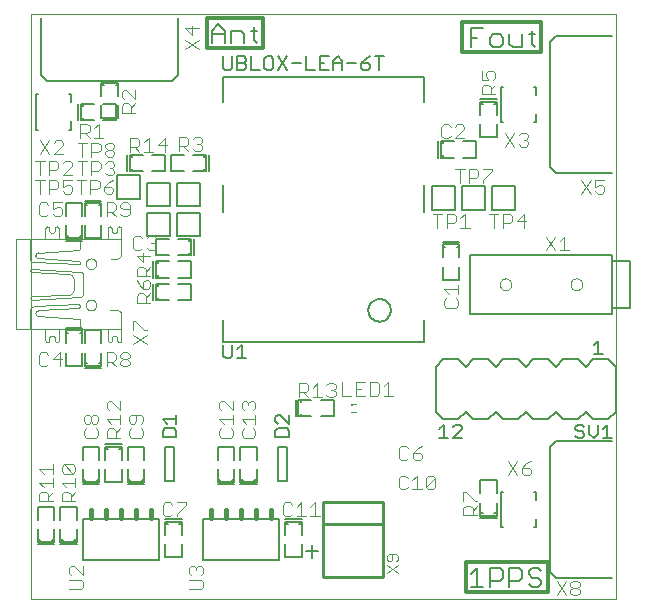
<source format=gto>
G75*
G70*
%OFA0B0*%
%FSLAX24Y24*%
%IPPOS*%
%LPD*%
%AMOC8*
5,1,8,0,0,1.08239X$1,22.5*
%
%ADD10C,0.0000*%
%ADD11C,0.0060*%
%ADD12C,0.0120*%
%ADD13C,0.0050*%
%ADD14C,0.0040*%
%ADD15C,0.0160*%
%ADD16C,0.0100*%
%ADD17R,0.0098X0.0089*%
D10*
X000675Y000300D02*
X000675Y019800D01*
X020175Y019800D01*
X020175Y000300D01*
X000675Y000300D01*
X002498Y010111D02*
X002500Y010137D01*
X002506Y010163D01*
X002516Y010188D01*
X002529Y010211D01*
X002545Y010231D01*
X002565Y010249D01*
X002587Y010264D01*
X002610Y010276D01*
X002636Y010284D01*
X002662Y010288D01*
X002688Y010288D01*
X002714Y010284D01*
X002740Y010276D01*
X002764Y010264D01*
X002785Y010249D01*
X002805Y010231D01*
X002821Y010211D01*
X002834Y010188D01*
X002844Y010163D01*
X002850Y010137D01*
X002852Y010111D01*
X002850Y010085D01*
X002844Y010059D01*
X002834Y010034D01*
X002821Y010011D01*
X002805Y009991D01*
X002785Y009973D01*
X002763Y009958D01*
X002740Y009946D01*
X002714Y009938D01*
X002688Y009934D01*
X002662Y009934D01*
X002636Y009938D01*
X002610Y009946D01*
X002586Y009958D01*
X002565Y009973D01*
X002545Y009991D01*
X002529Y010011D01*
X002516Y010034D01*
X002506Y010059D01*
X002500Y010085D01*
X002498Y010111D01*
X002498Y011489D02*
X002500Y011515D01*
X002506Y011541D01*
X002516Y011566D01*
X002529Y011589D01*
X002545Y011609D01*
X002565Y011627D01*
X002587Y011642D01*
X002610Y011654D01*
X002636Y011662D01*
X002662Y011666D01*
X002688Y011666D01*
X002714Y011662D01*
X002740Y011654D01*
X002764Y011642D01*
X002785Y011627D01*
X002805Y011609D01*
X002821Y011589D01*
X002834Y011566D01*
X002844Y011541D01*
X002850Y011515D01*
X002852Y011489D01*
X002850Y011463D01*
X002844Y011437D01*
X002834Y011412D01*
X002821Y011389D01*
X002805Y011369D01*
X002785Y011351D01*
X002763Y011336D01*
X002740Y011324D01*
X002714Y011316D01*
X002688Y011312D01*
X002662Y011312D01*
X002636Y011316D01*
X002610Y011324D01*
X002586Y011336D01*
X002565Y011351D01*
X002545Y011369D01*
X002529Y011389D01*
X002516Y011412D01*
X002506Y011437D01*
X002500Y011463D01*
X002498Y011489D01*
X000800Y019800D02*
X005800Y019800D01*
X016297Y010800D02*
X016299Y010827D01*
X016305Y010854D01*
X016314Y010880D01*
X016327Y010904D01*
X016343Y010927D01*
X016362Y010946D01*
X016384Y010963D01*
X016408Y010977D01*
X016433Y010987D01*
X016460Y010994D01*
X016487Y010997D01*
X016515Y010996D01*
X016542Y010991D01*
X016568Y010983D01*
X016592Y010971D01*
X016615Y010955D01*
X016636Y010937D01*
X016653Y010916D01*
X016668Y010892D01*
X016679Y010867D01*
X016687Y010841D01*
X016691Y010814D01*
X016691Y010786D01*
X016687Y010759D01*
X016679Y010733D01*
X016668Y010708D01*
X016653Y010684D01*
X016636Y010663D01*
X016615Y010645D01*
X016593Y010629D01*
X016568Y010617D01*
X016542Y010609D01*
X016515Y010604D01*
X016487Y010603D01*
X016460Y010606D01*
X016433Y010613D01*
X016408Y010623D01*
X016384Y010637D01*
X016362Y010654D01*
X016343Y010673D01*
X016327Y010696D01*
X016314Y010720D01*
X016305Y010746D01*
X016299Y010773D01*
X016297Y010800D01*
X018659Y010800D02*
X018661Y010827D01*
X018667Y010854D01*
X018676Y010880D01*
X018689Y010904D01*
X018705Y010927D01*
X018724Y010946D01*
X018746Y010963D01*
X018770Y010977D01*
X018795Y010987D01*
X018822Y010994D01*
X018849Y010997D01*
X018877Y010996D01*
X018904Y010991D01*
X018930Y010983D01*
X018954Y010971D01*
X018977Y010955D01*
X018998Y010937D01*
X019015Y010916D01*
X019030Y010892D01*
X019041Y010867D01*
X019049Y010841D01*
X019053Y010814D01*
X019053Y010786D01*
X019049Y010759D01*
X019041Y010733D01*
X019030Y010708D01*
X019015Y010684D01*
X018998Y010663D01*
X018977Y010645D01*
X018955Y010629D01*
X018930Y010617D01*
X018904Y010609D01*
X018877Y010604D01*
X018849Y010603D01*
X018822Y010606D01*
X018795Y010613D01*
X018770Y010623D01*
X018746Y010637D01*
X018724Y010654D01*
X018705Y010673D01*
X018689Y010696D01*
X018676Y010720D01*
X018667Y010746D01*
X018661Y010773D01*
X018659Y010800D01*
X020175Y014300D02*
X020175Y019300D01*
X020175Y005800D02*
X020175Y000800D01*
D11*
X020057Y001017D02*
X018167Y001017D01*
X017970Y001213D01*
X017970Y005387D01*
X018167Y005583D01*
X020057Y005583D01*
X019925Y006300D02*
X019425Y006300D01*
X019175Y006550D01*
X018925Y006300D01*
X018425Y006300D01*
X018175Y006550D01*
X017925Y006300D01*
X017425Y006300D01*
X017175Y006550D01*
X016925Y006300D01*
X016425Y006300D01*
X016175Y006550D01*
X015925Y006300D01*
X015425Y006300D01*
X015175Y006550D01*
X014925Y006300D01*
X014425Y006300D01*
X014175Y006550D01*
X014175Y008050D01*
X014425Y008300D01*
X014925Y008300D01*
X015175Y008050D01*
X015425Y008300D01*
X015925Y008300D01*
X016175Y008050D01*
X016425Y008300D01*
X016925Y008300D01*
X017175Y008050D01*
X017425Y008300D01*
X017925Y008300D01*
X018175Y008050D01*
X018425Y008300D01*
X018925Y008300D01*
X019175Y008050D01*
X019425Y008300D01*
X019925Y008300D01*
X020175Y008050D01*
X020175Y006550D01*
X019925Y006300D01*
X017584Y001346D02*
X017370Y001346D01*
X017264Y001239D01*
X017264Y001132D01*
X017370Y001025D01*
X017584Y001025D01*
X017691Y000919D01*
X017691Y000812D01*
X017584Y000705D01*
X017370Y000705D01*
X017264Y000812D01*
X017046Y001025D02*
X016939Y000919D01*
X016619Y000919D01*
X016619Y000705D02*
X016619Y001346D01*
X016939Y001346D01*
X017046Y001239D01*
X017046Y001025D01*
X016402Y001025D02*
X016295Y000919D01*
X015975Y000919D01*
X015975Y000705D02*
X015975Y001346D01*
X016295Y001346D01*
X016402Y001239D01*
X016402Y001025D01*
X015757Y000705D02*
X015330Y000705D01*
X015544Y000705D02*
X015544Y001346D01*
X015330Y001132D01*
X017584Y001346D02*
X017691Y001239D01*
X010257Y001900D02*
X009830Y001900D01*
X010044Y001687D02*
X010044Y002114D01*
X009200Y004230D02*
X008900Y004230D01*
X008900Y005370D01*
X009200Y005370D01*
X009200Y004230D01*
X005450Y004230D02*
X005150Y004230D01*
X005150Y005370D01*
X005450Y005370D01*
X005450Y004230D01*
X007079Y008891D02*
X013771Y008891D01*
X013771Y009599D01*
X011921Y009934D02*
X011923Y009972D01*
X011929Y010011D01*
X011939Y010048D01*
X011952Y010084D01*
X011970Y010118D01*
X011990Y010151D01*
X012014Y010181D01*
X012041Y010208D01*
X012071Y010233D01*
X012102Y010255D01*
X012136Y010273D01*
X012172Y010287D01*
X012209Y010298D01*
X012247Y010305D01*
X012285Y010308D01*
X012324Y010307D01*
X012362Y010302D01*
X012400Y010293D01*
X012436Y010280D01*
X012471Y010264D01*
X012504Y010244D01*
X012535Y010221D01*
X012563Y010195D01*
X012588Y010166D01*
X012611Y010135D01*
X012630Y010101D01*
X012645Y010066D01*
X012657Y010029D01*
X012665Y009992D01*
X012669Y009953D01*
X012669Y009915D01*
X012665Y009876D01*
X012657Y009839D01*
X012645Y009802D01*
X012630Y009767D01*
X012611Y009733D01*
X012588Y009702D01*
X012563Y009673D01*
X012535Y009647D01*
X012504Y009624D01*
X012471Y009604D01*
X012436Y009588D01*
X012400Y009575D01*
X012362Y009566D01*
X012324Y009561D01*
X012285Y009560D01*
X012247Y009563D01*
X012209Y009570D01*
X012172Y009581D01*
X012136Y009595D01*
X012102Y009613D01*
X012071Y009635D01*
X012041Y009660D01*
X012014Y009687D01*
X011990Y009717D01*
X011970Y009750D01*
X011952Y009784D01*
X011939Y009820D01*
X011929Y009857D01*
X011923Y009896D01*
X011921Y009934D01*
X013771Y013221D02*
X013771Y014127D01*
X013771Y016883D02*
X013771Y017709D01*
X007079Y017709D01*
X007079Y016883D01*
X005583Y017792D02*
X005583Y019682D01*
X006705Y019257D02*
X006705Y018830D01*
X006705Y019150D02*
X007132Y019150D01*
X007132Y019257D02*
X007132Y018830D01*
X007350Y018830D02*
X007350Y019257D01*
X007670Y019257D01*
X007777Y019150D01*
X007777Y018830D01*
X008101Y018937D02*
X008208Y018830D01*
X008101Y018937D02*
X008101Y019364D01*
X007994Y019257D02*
X008208Y019257D01*
X007132Y019257D02*
X006919Y019471D01*
X006705Y019257D01*
X005583Y017792D02*
X005387Y017595D01*
X001213Y017595D01*
X001017Y017792D01*
X001017Y019682D01*
X007079Y014127D02*
X007079Y013221D01*
X007079Y009599D02*
X007079Y008891D01*
X015330Y018705D02*
X015330Y019346D01*
X015757Y019346D01*
X015544Y019025D02*
X015330Y019025D01*
X015975Y019025D02*
X015975Y018812D01*
X016081Y018705D01*
X016295Y018705D01*
X016402Y018812D01*
X016402Y019025D01*
X016295Y019132D01*
X016081Y019132D01*
X015975Y019025D01*
X016619Y019132D02*
X016619Y018812D01*
X016726Y018705D01*
X017046Y018705D01*
X017046Y019132D01*
X017264Y019132D02*
X017477Y019132D01*
X017370Y019239D02*
X017370Y018812D01*
X017477Y018705D01*
X017970Y018887D02*
X018167Y019083D01*
X020057Y019083D01*
X017970Y018887D02*
X017970Y014713D01*
X018167Y014517D01*
X020057Y014517D01*
D12*
X017675Y018550D02*
X017675Y019550D01*
X015050Y019550D01*
X015050Y018550D01*
X017675Y018550D01*
X008425Y018675D02*
X008425Y019675D01*
X006550Y019675D01*
X006550Y018675D01*
X008425Y018675D01*
X015175Y001550D02*
X017925Y001550D01*
X017925Y000550D01*
X015175Y000550D01*
X015175Y001550D01*
D13*
X016334Y002709D02*
X016334Y003891D01*
X016413Y003891D01*
X016201Y003832D02*
X016201Y004266D01*
X015649Y004266D01*
X015649Y003832D01*
X015649Y003518D02*
X015649Y003163D01*
X015728Y003163D01*
X015649Y003163D02*
X015649Y003084D01*
X016201Y003084D01*
X016201Y003163D01*
X016122Y003163D01*
X016201Y003163D02*
X016201Y003518D01*
X016201Y003006D02*
X015649Y003006D01*
X016334Y002709D02*
X016413Y002709D01*
X017437Y002709D02*
X017516Y002709D01*
X017516Y002985D01*
X017516Y003615D02*
X017516Y003891D01*
X017437Y003891D01*
X018894Y005675D02*
X018819Y005750D01*
X018894Y005675D02*
X019044Y005675D01*
X019119Y005750D01*
X019119Y005825D01*
X019044Y005900D01*
X018894Y005900D01*
X018819Y005975D01*
X018819Y006050D01*
X018894Y006125D01*
X019044Y006125D01*
X019119Y006050D01*
X019279Y006125D02*
X019279Y005825D01*
X019429Y005675D01*
X019579Y005825D01*
X019579Y006125D01*
X019740Y005975D02*
X019890Y006125D01*
X019890Y005675D01*
X019740Y005675D02*
X020040Y005675D01*
X019740Y008475D02*
X019440Y008475D01*
X019590Y008475D02*
X019590Y008925D01*
X019440Y008775D01*
X020037Y009816D02*
X015313Y009816D01*
X015313Y011784D01*
X020037Y011784D01*
X020037Y011587D01*
X020628Y011587D01*
X020628Y010013D01*
X020037Y010013D01*
X020037Y009816D01*
X020037Y010013D02*
X020037Y011587D01*
X016819Y013281D02*
X016031Y013281D01*
X016031Y014069D01*
X016819Y014069D01*
X016819Y013281D01*
X015819Y013281D02*
X015031Y013281D01*
X015031Y014069D01*
X015819Y014069D01*
X015819Y013281D01*
X014819Y013281D02*
X014031Y013281D01*
X014031Y014069D01*
X014819Y014069D01*
X014819Y013281D01*
X014951Y012219D02*
X014399Y012219D01*
X014399Y012141D02*
X014951Y012141D01*
X014951Y012062D01*
X014872Y012062D01*
X014951Y012062D02*
X014951Y011707D01*
X014951Y011393D02*
X014951Y010959D01*
X014399Y010959D01*
X014399Y011393D01*
X014399Y011707D02*
X014399Y012062D01*
X014478Y012062D01*
X014399Y012062D02*
X014399Y012141D01*
X014413Y015024D02*
X014413Y015103D01*
X014413Y015024D02*
X014768Y015024D01*
X015082Y015024D02*
X015516Y015024D01*
X015516Y015576D01*
X015082Y015576D01*
X014768Y015576D02*
X014413Y015576D01*
X014413Y015497D01*
X014413Y015576D02*
X014334Y015576D01*
X014334Y015024D01*
X014413Y015024D01*
X014256Y015024D02*
X014256Y015576D01*
X015649Y015709D02*
X016201Y015709D01*
X016201Y016143D01*
X016334Y016209D02*
X016334Y017391D01*
X016413Y017391D01*
X016201Y016969D02*
X015649Y016969D01*
X015649Y016891D02*
X016201Y016891D01*
X016201Y016812D01*
X016122Y016812D01*
X016201Y016812D02*
X016201Y016457D01*
X016334Y016209D02*
X016413Y016209D01*
X015649Y016143D02*
X015649Y015709D01*
X015649Y016457D02*
X015649Y016812D01*
X015728Y016812D01*
X015649Y016812D02*
X015649Y016891D01*
X017437Y017391D02*
X017516Y017391D01*
X017516Y017115D01*
X017516Y016485D02*
X017516Y016209D01*
X017437Y016209D01*
X012289Y017950D02*
X012289Y018400D01*
X012139Y018400D02*
X012440Y018400D01*
X011979Y018400D02*
X011829Y018325D01*
X011679Y018175D01*
X011904Y018175D01*
X011979Y018100D01*
X011979Y018025D01*
X011904Y017950D01*
X011754Y017950D01*
X011679Y018025D01*
X011679Y018175D01*
X011519Y018175D02*
X011219Y018175D01*
X011058Y018175D02*
X010758Y018175D01*
X010758Y018250D02*
X010758Y017950D01*
X010598Y017950D02*
X010298Y017950D01*
X010298Y018400D01*
X010598Y018400D01*
X010758Y018250D02*
X010908Y018400D01*
X011058Y018250D01*
X011058Y017950D01*
X010448Y018175D02*
X010298Y018175D01*
X010138Y017950D02*
X009837Y017950D01*
X009837Y018400D01*
X009677Y018175D02*
X009377Y018175D01*
X009217Y017950D02*
X008917Y018400D01*
X008756Y018325D02*
X008756Y018025D01*
X008681Y017950D01*
X008531Y017950D01*
X008456Y018025D01*
X008456Y018325D01*
X008531Y018400D01*
X008681Y018400D01*
X008756Y018325D01*
X008917Y017950D02*
X009217Y018400D01*
X008296Y017950D02*
X007996Y017950D01*
X007996Y018400D01*
X007836Y018325D02*
X007836Y018250D01*
X007761Y018175D01*
X007535Y018175D01*
X007375Y018025D02*
X007300Y017950D01*
X007150Y017950D01*
X007075Y018025D01*
X007075Y018400D01*
X007375Y018400D02*
X007375Y018025D01*
X007535Y017950D02*
X007761Y017950D01*
X007836Y018025D01*
X007836Y018100D01*
X007761Y018175D01*
X007836Y018325D02*
X007761Y018400D01*
X007535Y018400D01*
X007535Y017950D01*
X006594Y015126D02*
X006594Y014574D01*
X006516Y014574D02*
X006516Y015126D01*
X006437Y015126D01*
X006437Y015047D01*
X006437Y015126D02*
X006082Y015126D01*
X005768Y015126D02*
X005334Y015126D01*
X005334Y014574D01*
X005768Y014574D01*
X006082Y014574D02*
X006437Y014574D01*
X006437Y014653D01*
X006437Y014574D02*
X006516Y014574D01*
X006319Y014194D02*
X006319Y013406D01*
X005531Y013406D01*
X005531Y014194D01*
X006319Y014194D01*
X005319Y014194D02*
X005319Y013406D01*
X004531Y013406D01*
X004531Y014194D01*
X005319Y014194D01*
X005141Y014574D02*
X005141Y015126D01*
X004707Y015126D01*
X004393Y015126D02*
X004038Y015126D01*
X004038Y015047D01*
X004038Y015126D02*
X003959Y015126D01*
X003959Y014574D01*
X004038Y014574D01*
X004038Y014653D01*
X004038Y014574D02*
X004393Y014574D01*
X004319Y014444D02*
X004319Y013656D01*
X003531Y013656D01*
X003531Y014444D01*
X004319Y014444D01*
X003881Y014574D02*
X003881Y015126D01*
X004707Y014574D02*
X005141Y014574D01*
X005319Y013194D02*
X004531Y013194D01*
X004531Y012406D01*
X005319Y012406D01*
X005319Y013194D01*
X005531Y013194D02*
X005531Y012406D01*
X006319Y012406D01*
X006319Y013194D01*
X005531Y013194D01*
X005582Y012326D02*
X005937Y012326D01*
X005937Y012247D01*
X005937Y012326D02*
X006016Y012326D01*
X006016Y011774D01*
X005937Y011774D01*
X005937Y011853D01*
X005937Y011774D02*
X005582Y011774D01*
X005582Y011576D02*
X006016Y011576D01*
X006016Y011024D01*
X005582Y011024D01*
X005582Y010826D02*
X006016Y010826D01*
X006016Y010274D01*
X005582Y010274D01*
X005268Y010274D02*
X004913Y010274D01*
X004913Y010353D01*
X004913Y010274D02*
X004834Y010274D01*
X004834Y010826D01*
X004913Y010826D01*
X004913Y010747D01*
X004913Y010826D02*
X005268Y010826D01*
X005268Y011024D02*
X004913Y011024D01*
X004913Y011103D01*
X004913Y011024D02*
X004834Y011024D01*
X004834Y011576D01*
X004913Y011576D01*
X004913Y011497D01*
X004913Y011576D02*
X005268Y011576D01*
X005268Y011774D02*
X004834Y011774D01*
X004834Y012326D01*
X005268Y012326D01*
X006094Y012326D02*
X006094Y011774D01*
X004756Y011576D02*
X004756Y011024D01*
X004756Y010826D02*
X004756Y010274D01*
X003013Y009266D02*
X003013Y008832D01*
X003013Y008518D02*
X003013Y008163D01*
X002934Y008163D01*
X003013Y008163D02*
X003013Y008084D01*
X002462Y008084D01*
X002462Y008163D01*
X002541Y008163D01*
X002462Y008163D02*
X002462Y008518D01*
X002388Y008518D02*
X002388Y008084D01*
X001837Y008084D01*
X001837Y008518D01*
X001837Y008832D02*
X001837Y009187D01*
X001916Y009187D01*
X001837Y009187D02*
X001837Y009266D01*
X002388Y009266D01*
X002388Y009187D01*
X002309Y009187D01*
X002388Y009187D02*
X002388Y008832D01*
X002462Y008832D02*
X002462Y009266D01*
X003013Y009266D01*
X002388Y009344D02*
X001837Y009344D01*
X002462Y008006D02*
X003013Y008006D01*
X005075Y006311D02*
X005525Y006311D01*
X005525Y006461D02*
X005525Y006160D01*
X005450Y006000D02*
X005150Y006000D01*
X005075Y005925D01*
X005075Y005700D01*
X005525Y005700D01*
X005525Y005925D01*
X005450Y006000D01*
X005225Y006160D02*
X005075Y006311D01*
X004451Y005391D02*
X003899Y005391D01*
X003899Y004957D01*
X003701Y004957D02*
X003701Y005312D01*
X003622Y005312D01*
X003701Y005312D02*
X003701Y005391D01*
X003149Y005391D01*
X003149Y005312D01*
X003228Y005312D01*
X003149Y005312D02*
X003149Y004957D01*
X002951Y004957D02*
X002951Y005391D01*
X002399Y005391D01*
X002399Y004957D01*
X002399Y004643D02*
X002399Y004288D01*
X002478Y004288D01*
X002399Y004288D02*
X002399Y004209D01*
X002951Y004209D01*
X002951Y004288D01*
X002872Y004288D01*
X002951Y004288D02*
X002951Y004643D01*
X003149Y004643D02*
X003149Y004209D01*
X003701Y004209D01*
X003701Y004643D01*
X003899Y004643D02*
X003899Y004288D01*
X003978Y004288D01*
X003899Y004288D02*
X003899Y004209D01*
X004451Y004209D01*
X004451Y004288D01*
X004372Y004288D01*
X004451Y004288D02*
X004451Y004643D01*
X004451Y004957D02*
X004451Y005391D01*
X003701Y005469D02*
X003149Y005469D01*
X002951Y004131D02*
X002399Y004131D01*
X002201Y003391D02*
X001649Y003391D01*
X001649Y002957D01*
X001451Y002957D02*
X001451Y003391D01*
X000899Y003391D01*
X000899Y002957D01*
X000899Y002643D02*
X000899Y002288D01*
X000978Y002288D01*
X000899Y002288D02*
X000899Y002209D01*
X001451Y002209D01*
X001451Y002288D01*
X001372Y002288D01*
X001451Y002288D02*
X001451Y002643D01*
X001649Y002643D02*
X001649Y002288D01*
X001728Y002288D01*
X001649Y002288D02*
X001649Y002209D01*
X002201Y002209D01*
X002201Y002288D01*
X002122Y002288D01*
X002201Y002288D02*
X002201Y002643D01*
X002201Y002957D02*
X002201Y003391D01*
X002395Y002989D02*
X002395Y001611D01*
X004955Y001611D01*
X004955Y002989D01*
X002395Y002989D01*
X002201Y002131D02*
X001649Y002131D01*
X001451Y002131D02*
X000899Y002131D01*
X003899Y004131D02*
X004451Y004131D01*
X005149Y002969D02*
X005701Y002969D01*
X005701Y002891D02*
X005149Y002891D01*
X005149Y002812D01*
X005228Y002812D01*
X005149Y002812D02*
X005149Y002457D01*
X005149Y002143D02*
X005149Y001709D01*
X005701Y001709D01*
X005701Y002143D01*
X005701Y002457D02*
X005701Y002812D01*
X005622Y002812D01*
X005701Y002812D02*
X005701Y002891D01*
X006395Y002989D02*
X006395Y001611D01*
X008955Y001611D01*
X008955Y002989D01*
X006395Y002989D01*
X006899Y004131D02*
X007451Y004131D01*
X007451Y004209D02*
X006899Y004209D01*
X006899Y004288D01*
X006978Y004288D01*
X006899Y004288D02*
X006899Y004643D01*
X006899Y004957D02*
X006899Y005391D01*
X007451Y005391D01*
X007451Y004957D01*
X007649Y004957D02*
X007649Y005391D01*
X008201Y005391D01*
X008201Y004957D01*
X008201Y004643D02*
X008201Y004288D01*
X008122Y004288D01*
X008201Y004288D02*
X008201Y004209D01*
X007649Y004209D01*
X007649Y004288D01*
X007728Y004288D01*
X007649Y004288D02*
X007649Y004643D01*
X007451Y004643D02*
X007451Y004288D01*
X007372Y004288D01*
X007451Y004288D02*
X007451Y004209D01*
X007649Y004131D02*
X008201Y004131D01*
X009149Y002969D02*
X009701Y002969D01*
X009701Y002891D02*
X009149Y002891D01*
X009149Y002812D01*
X009228Y002812D01*
X009149Y002812D02*
X009149Y002457D01*
X009149Y002143D02*
X009149Y001709D01*
X009701Y001709D01*
X009701Y002143D01*
X009701Y002457D02*
X009701Y002812D01*
X009622Y002812D01*
X009701Y002812D02*
X009701Y002891D01*
X009275Y005700D02*
X008825Y005700D01*
X008825Y005925D01*
X008900Y006000D01*
X009200Y006000D01*
X009275Y005925D01*
X009275Y005700D01*
X009275Y006160D02*
X008975Y006461D01*
X008900Y006461D01*
X008825Y006386D01*
X008825Y006235D01*
X008900Y006160D01*
X009275Y006160D02*
X009275Y006461D01*
X009506Y006399D02*
X009506Y006951D01*
X009584Y006951D02*
X009584Y006399D01*
X009663Y006399D01*
X009663Y006478D01*
X009663Y006399D02*
X010018Y006399D01*
X010332Y006399D02*
X010766Y006399D01*
X010766Y006951D01*
X010332Y006951D01*
X010018Y006951D02*
X009663Y006951D01*
X009663Y006872D01*
X009663Y006951D02*
X009584Y006951D01*
X007845Y008339D02*
X007544Y008339D01*
X007694Y008339D02*
X007694Y008789D01*
X007544Y008639D01*
X007384Y008789D02*
X007384Y008414D01*
X007309Y008339D01*
X007159Y008339D01*
X007084Y008414D01*
X007084Y008789D01*
X003013Y012334D02*
X002462Y012334D01*
X002462Y012768D01*
X002388Y012768D02*
X002388Y012413D01*
X002309Y012413D01*
X002388Y012413D02*
X002388Y012334D01*
X001837Y012334D01*
X001837Y012413D01*
X001916Y012413D01*
X001837Y012413D02*
X001837Y012768D01*
X001837Y013082D02*
X001837Y013516D01*
X002388Y013516D01*
X002388Y013082D01*
X002462Y013082D02*
X002462Y013437D01*
X002541Y013437D01*
X002462Y013437D02*
X002462Y013516D01*
X003013Y013516D01*
X003013Y013437D01*
X002934Y013437D01*
X003013Y013437D02*
X003013Y013082D01*
X003013Y012768D02*
X003013Y012334D01*
X002388Y012256D02*
X001837Y012256D01*
X002462Y013594D02*
X003013Y013594D01*
X002016Y015959D02*
X002016Y016235D01*
X002256Y016274D02*
X002256Y016826D01*
X002334Y016826D02*
X002334Y016274D01*
X002413Y016274D01*
X002413Y016353D01*
X002413Y016274D02*
X002768Y016274D01*
X003024Y016334D02*
X003576Y016334D01*
X003576Y016768D01*
X003516Y016826D02*
X003516Y016274D01*
X003082Y016274D01*
X003024Y016334D02*
X003024Y016768D01*
X003082Y016826D02*
X003516Y016826D01*
X003576Y017082D02*
X003576Y017437D01*
X003497Y017437D01*
X003576Y017437D02*
X003576Y017516D01*
X003024Y017516D01*
X003024Y017437D01*
X003103Y017437D01*
X003024Y017437D02*
X003024Y017082D01*
X002768Y016826D02*
X002413Y016826D01*
X002413Y016747D01*
X002413Y016826D02*
X002334Y016826D01*
X002016Y016865D02*
X002016Y017141D01*
X001937Y017141D01*
X003024Y017594D02*
X003576Y017594D01*
X002016Y015959D02*
X001937Y015959D01*
X000913Y015959D02*
X000834Y015959D01*
X000834Y017141D01*
X000913Y017141D01*
X014279Y005975D02*
X014429Y006125D01*
X014429Y005675D01*
X014279Y005675D02*
X014579Y005675D01*
X014740Y005675D02*
X015040Y005975D01*
X015040Y006050D01*
X014965Y006125D01*
X014815Y006125D01*
X014740Y006050D01*
X014740Y005675D02*
X015040Y005675D01*
D14*
X013712Y005405D02*
X013559Y005329D01*
X013405Y005175D01*
X013636Y005175D01*
X013712Y005098D01*
X013712Y005022D01*
X013636Y004945D01*
X013482Y004945D01*
X013405Y005022D01*
X013405Y005175D01*
X013252Y005022D02*
X013175Y004945D01*
X013022Y004945D01*
X012945Y005022D01*
X012945Y005329D01*
X013022Y005405D01*
X013175Y005405D01*
X013252Y005329D01*
X013157Y004424D02*
X013004Y004424D01*
X012927Y004347D01*
X012927Y004040D01*
X013004Y003964D01*
X013157Y003964D01*
X013234Y004040D01*
X013388Y003964D02*
X013695Y003964D01*
X013541Y003964D02*
X013541Y004424D01*
X013388Y004271D01*
X013234Y004347D02*
X013157Y004424D01*
X013848Y004347D02*
X013848Y004040D01*
X014155Y004347D01*
X014155Y004040D01*
X014078Y003964D01*
X013925Y003964D01*
X013848Y004040D01*
X013848Y004347D02*
X013925Y004424D01*
X014078Y004424D01*
X014155Y004347D01*
X015090Y003872D02*
X015090Y003565D01*
X015167Y003411D02*
X015090Y003335D01*
X015090Y003104D01*
X015551Y003104D01*
X015397Y003104D02*
X015397Y003335D01*
X015320Y003411D01*
X015167Y003411D01*
X015397Y003258D02*
X015551Y003411D01*
X015551Y003565D02*
X015474Y003565D01*
X015167Y003872D01*
X015090Y003872D01*
X016570Y004445D02*
X016877Y004905D01*
X017030Y004675D02*
X017261Y004675D01*
X017337Y004598D01*
X017337Y004522D01*
X017261Y004445D01*
X017107Y004445D01*
X017030Y004522D01*
X017030Y004675D01*
X017184Y004829D01*
X017337Y004905D01*
X016877Y004445D02*
X016570Y004905D01*
X012739Y007089D02*
X012432Y007089D01*
X012586Y007089D02*
X012586Y007549D01*
X012432Y007396D01*
X012279Y007472D02*
X012202Y007549D01*
X011972Y007549D01*
X011972Y007089D01*
X012202Y007089D01*
X012279Y007165D01*
X012279Y007472D01*
X011819Y007549D02*
X011512Y007549D01*
X011512Y007089D01*
X011819Y007089D01*
X011665Y007319D02*
X011512Y007319D01*
X011358Y007089D02*
X011051Y007089D01*
X011051Y007549D01*
X010832Y007433D02*
X010832Y007356D01*
X010755Y007280D01*
X010832Y007203D01*
X010832Y007126D01*
X010755Y007049D01*
X010602Y007049D01*
X010525Y007126D01*
X010372Y007049D02*
X010065Y007049D01*
X010218Y007049D02*
X010218Y007510D01*
X010065Y007356D01*
X009911Y007280D02*
X009911Y007433D01*
X009835Y007510D01*
X009604Y007510D01*
X009604Y007049D01*
X009604Y007203D02*
X009835Y007203D01*
X009911Y007280D01*
X009758Y007203D02*
X009911Y007049D01*
X010525Y007433D02*
X010602Y007510D01*
X010755Y007510D01*
X010832Y007433D01*
X010755Y007280D02*
X010679Y007280D01*
X011346Y006813D02*
X011504Y006813D01*
X011504Y006537D02*
X011346Y006537D01*
X010144Y003530D02*
X009991Y003377D01*
X010144Y003530D02*
X010144Y003070D01*
X009991Y003070D02*
X010298Y003070D01*
X009837Y003070D02*
X009530Y003070D01*
X009684Y003070D02*
X009684Y003530D01*
X009530Y003377D01*
X009377Y003454D02*
X009300Y003530D01*
X009147Y003530D01*
X009070Y003454D01*
X009070Y003147D01*
X009147Y003070D01*
X009300Y003070D01*
X009377Y003147D01*
X008078Y005695D02*
X007771Y005695D01*
X007695Y005772D01*
X007695Y005925D01*
X007771Y006002D01*
X007848Y006155D02*
X007695Y006309D01*
X008155Y006309D01*
X008155Y006462D02*
X008155Y006155D01*
X008078Y006002D02*
X008155Y005925D01*
X008155Y005772D01*
X008078Y005695D01*
X007405Y005772D02*
X007405Y005925D01*
X007328Y006002D01*
X007405Y006155D02*
X007405Y006462D01*
X007405Y006309D02*
X006945Y006309D01*
X007098Y006155D01*
X007021Y006002D02*
X006945Y005925D01*
X006945Y005772D01*
X007021Y005695D01*
X007328Y005695D01*
X007405Y005772D01*
X007405Y006616D02*
X007098Y006923D01*
X007021Y006923D01*
X006945Y006846D01*
X006945Y006693D01*
X007021Y006616D01*
X007405Y006616D02*
X007405Y006923D01*
X007695Y006846D02*
X007771Y006923D01*
X007848Y006923D01*
X007925Y006846D01*
X008002Y006923D01*
X008078Y006923D01*
X008155Y006846D01*
X008155Y006693D01*
X008078Y006616D01*
X007925Y006769D02*
X007925Y006846D01*
X007695Y006846D02*
X007695Y006693D01*
X007771Y006616D01*
X005837Y003530D02*
X005530Y003530D01*
X005377Y003454D02*
X005300Y003530D01*
X005147Y003530D01*
X005070Y003454D01*
X005070Y003147D01*
X005147Y003070D01*
X005300Y003070D01*
X005377Y003147D01*
X005530Y003147D02*
X005530Y003070D01*
X005530Y003147D02*
X005837Y003454D01*
X005837Y003530D01*
X006021Y001417D02*
X005945Y001340D01*
X005945Y001186D01*
X006021Y001110D01*
X005945Y000956D02*
X006328Y000956D01*
X006405Y000879D01*
X006405Y000726D01*
X006328Y000649D01*
X005945Y000649D01*
X006328Y001110D02*
X006405Y001186D01*
X006405Y001340D01*
X006328Y001417D01*
X006252Y001417D01*
X006175Y001340D01*
X006175Y001263D01*
X006175Y001340D02*
X006098Y001417D01*
X006021Y001417D01*
X002405Y001417D02*
X002405Y001110D01*
X002098Y001417D01*
X002021Y001417D01*
X001945Y001340D01*
X001945Y001186D01*
X002021Y001110D01*
X001945Y000956D02*
X002328Y000956D01*
X002405Y000879D01*
X002405Y000726D01*
X002328Y000649D01*
X001945Y000649D01*
X002002Y003570D02*
X002002Y003800D01*
X001925Y003877D01*
X001771Y003877D01*
X001695Y003800D01*
X001695Y003570D01*
X002155Y003570D01*
X002002Y003723D02*
X002155Y003877D01*
X002155Y004030D02*
X002155Y004337D01*
X002155Y004184D02*
X001695Y004184D01*
X001848Y004030D01*
X001771Y004491D02*
X001695Y004568D01*
X001695Y004721D01*
X001771Y004798D01*
X002078Y004491D01*
X002155Y004568D01*
X002155Y004721D01*
X002078Y004798D01*
X001771Y004798D01*
X001771Y004491D02*
X002078Y004491D01*
X001405Y004491D02*
X001405Y004798D01*
X001405Y004644D02*
X000945Y004644D01*
X001098Y004491D01*
X000945Y004184D02*
X001405Y004184D01*
X001405Y004337D02*
X001405Y004030D01*
X001405Y003877D02*
X001252Y003723D01*
X001252Y003800D02*
X001252Y003570D01*
X001405Y003570D02*
X000945Y003570D01*
X000945Y003800D01*
X001021Y003877D01*
X001175Y003877D01*
X001252Y003800D01*
X001098Y004030D02*
X000945Y004184D01*
X002521Y005695D02*
X002828Y005695D01*
X002905Y005772D01*
X002905Y005925D01*
X002828Y006002D01*
X002828Y006155D02*
X002752Y006155D01*
X002675Y006232D01*
X002675Y006386D01*
X002752Y006462D01*
X002828Y006462D01*
X002905Y006386D01*
X002905Y006232D01*
X002828Y006155D01*
X002675Y006232D02*
X002598Y006155D01*
X002521Y006155D01*
X002445Y006232D01*
X002445Y006386D01*
X002521Y006462D01*
X002598Y006462D01*
X002675Y006386D01*
X002521Y006002D02*
X002445Y005925D01*
X002445Y005772D01*
X002521Y005695D01*
X003195Y005695D02*
X003195Y005925D01*
X003271Y006002D01*
X003425Y006002D01*
X003502Y005925D01*
X003502Y005695D01*
X003655Y005695D02*
X003195Y005695D01*
X003502Y005848D02*
X003655Y006002D01*
X003655Y006155D02*
X003655Y006462D01*
X003655Y006309D02*
X003195Y006309D01*
X003348Y006155D01*
X003271Y006616D02*
X003195Y006693D01*
X003195Y006846D01*
X003271Y006923D01*
X003348Y006923D01*
X003655Y006616D01*
X003655Y006923D01*
X004021Y006462D02*
X003945Y006386D01*
X003945Y006232D01*
X004021Y006155D01*
X004098Y006155D01*
X004175Y006232D01*
X004175Y006462D01*
X004328Y006462D02*
X004021Y006462D01*
X004328Y006462D02*
X004405Y006386D01*
X004405Y006232D01*
X004328Y006155D01*
X004328Y006002D02*
X004405Y005925D01*
X004405Y005772D01*
X004328Y005695D01*
X004021Y005695D01*
X003945Y005772D01*
X003945Y005925D01*
X004021Y006002D01*
X003886Y008070D02*
X003732Y008070D01*
X003655Y008147D01*
X003655Y008223D01*
X003732Y008300D01*
X003886Y008300D01*
X003962Y008223D01*
X003962Y008147D01*
X003886Y008070D01*
X003886Y008300D02*
X003962Y008377D01*
X003962Y008454D01*
X003886Y008530D01*
X003732Y008530D01*
X003655Y008454D01*
X003655Y008377D01*
X003732Y008300D01*
X003502Y008300D02*
X003425Y008223D01*
X003195Y008223D01*
X003195Y008070D02*
X003195Y008530D01*
X003425Y008530D01*
X003502Y008454D01*
X003502Y008300D01*
X003348Y008223D02*
X003502Y008070D01*
X003619Y008871D02*
X003619Y008871D01*
X003619Y008870D02*
X003632Y008871D01*
X003645Y008876D01*
X003657Y008883D01*
X003667Y008893D01*
X003674Y008905D01*
X003679Y008918D01*
X003680Y008931D01*
X003679Y008932D02*
X003679Y009301D01*
X001599Y009301D01*
X001599Y008932D01*
X001599Y008931D02*
X001598Y008918D01*
X001593Y008905D01*
X001586Y008893D01*
X001576Y008883D01*
X001564Y008876D01*
X001551Y008871D01*
X001538Y008870D01*
X001538Y008871D02*
X001538Y008871D01*
X001523Y008873D01*
X001509Y008878D01*
X001497Y008885D01*
X001486Y008896D01*
X001479Y008908D01*
X001474Y008922D01*
X001472Y008937D01*
X001472Y008998D01*
X001471Y008998D02*
X001469Y009015D01*
X001464Y009032D01*
X001456Y009047D01*
X001445Y009060D01*
X001432Y009071D01*
X001417Y009079D01*
X001400Y009084D01*
X001383Y009086D01*
X001372Y009086D01*
X001355Y009084D01*
X001338Y009079D01*
X001323Y009071D01*
X001310Y009060D01*
X001299Y009047D01*
X001291Y009032D01*
X001286Y009015D01*
X001284Y008998D01*
X001284Y008932D01*
X001282Y008918D01*
X001278Y008906D01*
X001271Y008894D01*
X001261Y008884D01*
X001249Y008877D01*
X001237Y008873D01*
X001223Y008871D01*
X001208Y008873D01*
X001194Y008878D01*
X001182Y008885D01*
X001171Y008896D01*
X001164Y008908D01*
X001159Y008922D01*
X001157Y008937D01*
X001157Y009279D01*
X001599Y009301D02*
X000175Y009301D01*
X000175Y012298D01*
X003679Y012298D01*
X003679Y011802D01*
X003677Y011780D01*
X003672Y011758D01*
X003663Y011737D01*
X003652Y011718D01*
X003637Y011701D01*
X003620Y011686D01*
X003601Y011675D01*
X003580Y011666D01*
X003558Y011661D01*
X003536Y011659D01*
X003536Y011658D02*
X003326Y011658D01*
X003679Y012293D02*
X003679Y012663D01*
X003677Y012678D01*
X003672Y012692D01*
X003665Y012704D01*
X003654Y012715D01*
X003642Y012722D01*
X003628Y012727D01*
X003613Y012729D01*
X003599Y012727D01*
X003587Y012723D01*
X003575Y012716D01*
X003565Y012706D01*
X003558Y012694D01*
X003554Y012682D01*
X003552Y012668D01*
X003552Y012602D01*
X003550Y012585D01*
X003545Y012568D01*
X003537Y012553D01*
X003526Y012540D01*
X003513Y012529D01*
X003498Y012521D01*
X003481Y012516D01*
X003464Y012514D01*
X003453Y012514D01*
X003436Y012516D01*
X003419Y012521D01*
X003404Y012529D01*
X003391Y012540D01*
X003380Y012553D01*
X003372Y012568D01*
X003367Y012585D01*
X003365Y012602D01*
X003365Y012663D01*
X003363Y012678D01*
X003358Y012692D01*
X003351Y012704D01*
X003340Y012715D01*
X003328Y012722D01*
X003314Y012727D01*
X003299Y012729D01*
X003299Y012729D01*
X003298Y012729D02*
X003285Y012728D01*
X003272Y012723D01*
X003260Y012716D01*
X003250Y012706D01*
X003243Y012694D01*
X003239Y012681D01*
X003237Y012668D01*
X003238Y012668D02*
X003238Y012298D01*
X003195Y013070D02*
X003195Y013530D01*
X003425Y013530D01*
X003502Y013454D01*
X003502Y013300D01*
X003425Y013223D01*
X003195Y013223D01*
X003348Y013223D02*
X003502Y013070D01*
X003655Y013147D02*
X003732Y013070D01*
X003886Y013070D01*
X003962Y013147D01*
X003962Y013454D01*
X003886Y013530D01*
X003732Y013530D01*
X003655Y013454D01*
X003655Y013377D01*
X003732Y013300D01*
X003962Y013300D01*
X003423Y013897D02*
X003423Y013973D01*
X003346Y014050D01*
X003116Y014050D01*
X003116Y013897D01*
X003193Y013820D01*
X003346Y013820D01*
X003423Y013897D01*
X003269Y014204D02*
X003116Y014050D01*
X002962Y014050D02*
X002886Y013973D01*
X002655Y013973D01*
X002655Y013820D02*
X002655Y014280D01*
X002886Y014280D01*
X002962Y014204D01*
X002962Y014050D01*
X003269Y014204D02*
X003423Y014280D01*
X003380Y014437D02*
X003227Y014437D01*
X003150Y014514D01*
X002997Y014667D02*
X002920Y014591D01*
X002690Y014591D01*
X002690Y014437D02*
X002690Y014898D01*
X002920Y014898D01*
X002997Y014821D01*
X002997Y014667D01*
X003150Y014821D02*
X003227Y014898D01*
X003380Y014898D01*
X003457Y014821D01*
X003457Y014744D01*
X003380Y014667D01*
X003457Y014591D01*
X003457Y014514D01*
X003380Y014437D01*
X003380Y014667D02*
X003304Y014667D01*
X003380Y015062D02*
X003227Y015062D01*
X003150Y015139D01*
X003150Y015216D01*
X003227Y015292D01*
X003380Y015292D01*
X003457Y015216D01*
X003457Y015139D01*
X003380Y015062D01*
X003380Y015292D02*
X003457Y015369D01*
X003457Y015446D01*
X003380Y015523D01*
X003227Y015523D01*
X003150Y015446D01*
X003150Y015369D01*
X003227Y015292D01*
X002997Y015292D02*
X002997Y015446D01*
X002920Y015523D01*
X002690Y015523D01*
X002690Y015062D01*
X002690Y015216D02*
X002920Y015216D01*
X002997Y015292D01*
X002934Y015695D02*
X002934Y016155D01*
X002780Y016002D01*
X002627Y016079D02*
X002550Y016155D01*
X002320Y016155D01*
X002320Y015695D01*
X002320Y015848D02*
X002550Y015848D01*
X002627Y015925D01*
X002627Y016079D01*
X002473Y015848D02*
X002627Y015695D01*
X002780Y015695D02*
X003087Y015695D01*
X002536Y015523D02*
X002229Y015523D01*
X002383Y015523D02*
X002383Y015062D01*
X002383Y014898D02*
X002383Y014437D01*
X002348Y014280D02*
X002348Y013820D01*
X002048Y013897D02*
X002048Y014050D01*
X001971Y014127D01*
X001894Y014127D01*
X001741Y014050D01*
X001741Y014280D01*
X002048Y014280D01*
X002195Y014280D02*
X002502Y014280D01*
X002048Y014445D02*
X001741Y014445D01*
X002048Y014752D01*
X002048Y014829D01*
X001971Y014905D01*
X001818Y014905D01*
X001741Y014829D01*
X001587Y014829D02*
X001511Y014905D01*
X001280Y014905D01*
X001280Y014445D01*
X001280Y014598D02*
X001511Y014598D01*
X001587Y014675D01*
X001587Y014829D01*
X001445Y015139D02*
X001752Y015446D01*
X001752Y015523D01*
X001675Y015599D01*
X001522Y015599D01*
X001445Y015523D01*
X001292Y015599D02*
X000985Y015139D01*
X000973Y014905D02*
X000973Y014445D01*
X000973Y014280D02*
X000973Y013820D01*
X001022Y013530D02*
X000945Y013454D01*
X000945Y013147D01*
X001022Y013070D01*
X001175Y013070D01*
X001252Y013147D01*
X001405Y013147D02*
X001482Y013070D01*
X001636Y013070D01*
X001712Y013147D01*
X001712Y013300D01*
X001636Y013377D01*
X001559Y013377D01*
X001405Y013300D01*
X001405Y013530D01*
X001712Y013530D01*
X001818Y013820D02*
X001741Y013897D01*
X001818Y013820D02*
X001971Y013820D01*
X002048Y013897D01*
X001587Y014050D02*
X001587Y014204D01*
X001511Y014280D01*
X001280Y014280D01*
X001280Y013820D01*
X001280Y013973D02*
X001511Y013973D01*
X001587Y014050D01*
X001127Y014280D02*
X000820Y014280D01*
X000820Y014905D02*
X001127Y014905D01*
X001292Y015139D02*
X000985Y015599D01*
X001445Y015139D02*
X001752Y015139D01*
X002229Y014898D02*
X002536Y014898D01*
X003979Y015224D02*
X003979Y015685D01*
X004210Y015685D01*
X004286Y015608D01*
X004286Y015455D01*
X004210Y015378D01*
X003979Y015378D01*
X004133Y015378D02*
X004286Y015224D01*
X004440Y015224D02*
X004747Y015224D01*
X004593Y015224D02*
X004593Y015685D01*
X004440Y015531D01*
X004900Y015455D02*
X005207Y015455D01*
X005130Y015685D02*
X005130Y015224D01*
X004900Y015455D02*
X005130Y015685D01*
X005604Y015710D02*
X005604Y015249D01*
X005604Y015403D02*
X005835Y015403D01*
X005911Y015480D01*
X005911Y015633D01*
X005835Y015710D01*
X005604Y015710D01*
X005758Y015403D02*
X005911Y015249D01*
X006065Y015326D02*
X006142Y015249D01*
X006295Y015249D01*
X006372Y015326D01*
X006372Y015403D01*
X006295Y015480D01*
X006218Y015480D01*
X006295Y015480D02*
X006372Y015556D01*
X006372Y015633D01*
X006295Y015710D01*
X006142Y015710D01*
X006065Y015633D01*
X004155Y016524D02*
X003695Y016524D01*
X003695Y016754D01*
X003771Y016831D01*
X003925Y016831D01*
X004002Y016754D01*
X004002Y016524D01*
X004002Y016678D02*
X004155Y016831D01*
X004155Y016985D02*
X003848Y017292D01*
X003771Y017292D01*
X003695Y017215D01*
X003695Y017061D01*
X003771Y016985D01*
X004155Y016985D02*
X004155Y017292D01*
X005820Y018649D02*
X006280Y018956D01*
X006050Y019110D02*
X006050Y019417D01*
X006280Y019340D02*
X005820Y019340D01*
X006050Y019110D01*
X005820Y018956D02*
X006280Y018649D01*
X001252Y013454D02*
X001175Y013530D01*
X001022Y013530D01*
X001218Y012729D02*
X001218Y012729D01*
X001205Y012728D01*
X001192Y012723D01*
X001180Y012716D01*
X001170Y012706D01*
X001163Y012694D01*
X001158Y012681D01*
X001157Y012668D01*
X001157Y012298D01*
X001372Y012514D02*
X001383Y012514D01*
X001400Y012516D01*
X001417Y012521D01*
X001432Y012529D01*
X001445Y012540D01*
X001456Y012553D01*
X001464Y012568D01*
X001469Y012585D01*
X001471Y012602D01*
X001472Y012602D02*
X001472Y012668D01*
X001471Y012668D02*
X001473Y012682D01*
X001477Y012694D01*
X001484Y012706D01*
X001494Y012716D01*
X001506Y012723D01*
X001518Y012727D01*
X001532Y012729D01*
X001547Y012727D01*
X001561Y012722D01*
X001573Y012715D01*
X001584Y012704D01*
X001591Y012692D01*
X001596Y012678D01*
X001598Y012663D01*
X001599Y012663D02*
X001599Y012320D01*
X001372Y012514D02*
X001355Y012516D01*
X001338Y012521D01*
X001323Y012529D01*
X001310Y012540D01*
X001299Y012553D01*
X001291Y012568D01*
X001286Y012585D01*
X001284Y012602D01*
X001284Y012663D01*
X001282Y012678D01*
X001277Y012692D01*
X001270Y012704D01*
X001259Y012715D01*
X001247Y012722D01*
X001233Y012727D01*
X001218Y012729D01*
X000644Y012276D02*
X000644Y011669D01*
X000646Y011647D01*
X000651Y011626D01*
X000659Y011606D01*
X000670Y011588D01*
X000684Y011571D01*
X000701Y011557D01*
X000719Y011546D01*
X000739Y011538D01*
X000760Y011533D01*
X000782Y011531D01*
X000798Y011531D01*
X002244Y011465D01*
X002258Y011466D01*
X002272Y011470D01*
X002283Y011478D01*
X002293Y011488D01*
X002300Y011500D01*
X002304Y011513D01*
X002305Y011527D01*
X002302Y011541D01*
X002296Y011554D01*
X002288Y011564D01*
X002276Y011573D01*
X002264Y011579D01*
X002250Y011581D01*
X000914Y011669D01*
X000915Y011669D02*
X000896Y011672D01*
X000879Y011679D01*
X000863Y011688D01*
X000849Y011701D01*
X000838Y011716D01*
X000830Y011732D01*
X000825Y011750D01*
X000824Y011769D01*
X000826Y011787D01*
X000832Y011805D01*
X000841Y011821D01*
X000853Y011835D01*
X000868Y011847D01*
X000884Y011856D01*
X000902Y011861D01*
X000920Y011863D01*
X000920Y011862D02*
X002261Y011951D01*
X002273Y011953D01*
X002284Y011959D01*
X002293Y011967D01*
X002300Y011977D01*
X002304Y011988D01*
X002305Y012000D01*
X002305Y012276D01*
X002289Y011228D02*
X000704Y011310D01*
X000705Y011311D02*
X000691Y011310D01*
X000678Y011305D01*
X000667Y011297D01*
X000658Y011287D01*
X000652Y011274D01*
X000649Y011261D01*
X000650Y011247D01*
X000655Y011234D01*
X000663Y011223D01*
X000673Y011214D01*
X000686Y011208D01*
X000699Y011205D01*
X000699Y011206D02*
X001924Y011139D01*
X001948Y011137D01*
X001972Y011132D01*
X001995Y011124D01*
X002016Y011112D01*
X002036Y011097D01*
X002053Y011080D01*
X002068Y011060D01*
X002080Y011039D01*
X002088Y011016D01*
X002093Y010992D01*
X002095Y010968D01*
X002095Y010621D01*
X002096Y010621D02*
X002094Y010597D01*
X002089Y010574D01*
X002081Y010552D01*
X002070Y010531D01*
X002055Y010512D01*
X002039Y010496D01*
X002020Y010481D01*
X001999Y010470D01*
X001977Y010462D01*
X001954Y010457D01*
X001930Y010455D01*
X001902Y010455D01*
X000704Y010400D01*
X000691Y010398D01*
X000678Y010392D01*
X000667Y010383D01*
X000659Y010372D01*
X000654Y010359D01*
X000652Y010345D01*
X000654Y010331D01*
X000659Y010318D01*
X000667Y010307D01*
X000678Y010298D01*
X000691Y010292D01*
X000704Y010290D01*
X000704Y010289D02*
X002277Y010372D01*
X002300Y010374D01*
X002321Y010379D01*
X002342Y010388D01*
X002362Y010400D01*
X002379Y010414D01*
X002393Y010431D01*
X002405Y010451D01*
X002414Y010472D01*
X002419Y010493D01*
X002421Y010516D01*
X002421Y011095D01*
X002419Y011116D01*
X002414Y011136D01*
X002406Y011155D01*
X002396Y011173D01*
X002382Y011189D01*
X002366Y011203D01*
X002348Y011213D01*
X002329Y011221D01*
X002309Y011226D01*
X002288Y011228D01*
X002244Y010135D02*
X000798Y010069D01*
X000782Y010069D01*
X000760Y010067D01*
X000739Y010062D01*
X000719Y010054D01*
X000701Y010043D01*
X000684Y010029D01*
X000670Y010012D01*
X000659Y009994D01*
X000651Y009974D01*
X000646Y009953D01*
X000644Y009931D01*
X000644Y009323D01*
X000920Y009737D02*
X002261Y009649D01*
X002273Y009647D01*
X002284Y009641D01*
X002293Y009633D01*
X002300Y009623D01*
X002304Y009612D01*
X002305Y009600D01*
X002305Y009599D02*
X002305Y009323D01*
X002250Y010019D02*
X000914Y009931D01*
X000915Y009931D02*
X000896Y009928D01*
X000879Y009921D01*
X000863Y009912D01*
X000849Y009899D01*
X000838Y009884D01*
X000830Y009868D01*
X000825Y009850D01*
X000824Y009831D01*
X000826Y009813D01*
X000832Y009795D01*
X000841Y009779D01*
X000853Y009765D01*
X000868Y009753D01*
X000884Y009744D01*
X000902Y009739D01*
X000920Y009737D01*
X001022Y008530D02*
X000945Y008454D01*
X000945Y008147D01*
X001022Y008070D01*
X001175Y008070D01*
X001252Y008147D01*
X001405Y008300D02*
X001712Y008300D01*
X001636Y008070D02*
X001636Y008530D01*
X001405Y008300D01*
X001252Y008454D02*
X001175Y008530D01*
X001022Y008530D01*
X002250Y010019D02*
X002264Y010021D01*
X002276Y010027D01*
X002288Y010036D01*
X002296Y010046D01*
X002302Y010059D01*
X002305Y010073D01*
X002304Y010087D01*
X002300Y010100D01*
X002293Y010112D01*
X002283Y010122D01*
X002272Y010130D01*
X002258Y010134D01*
X002244Y010135D01*
X003310Y009942D02*
X003541Y009942D01*
X003563Y009940D01*
X003584Y009935D01*
X003604Y009927D01*
X003622Y009916D01*
X003639Y009902D01*
X003653Y009885D01*
X003664Y009867D01*
X003672Y009847D01*
X003677Y009826D01*
X003679Y009804D01*
X003679Y009301D01*
X003464Y009086D02*
X003453Y009086D01*
X003436Y009084D01*
X003419Y009079D01*
X003404Y009071D01*
X003391Y009060D01*
X003380Y009047D01*
X003372Y009032D01*
X003367Y009015D01*
X003365Y008998D01*
X003365Y008932D01*
X003363Y008918D01*
X003359Y008906D01*
X003352Y008894D01*
X003342Y008884D01*
X003330Y008877D01*
X003318Y008873D01*
X003304Y008871D01*
X003289Y008873D01*
X003275Y008878D01*
X003263Y008885D01*
X003252Y008896D01*
X003245Y008908D01*
X003240Y008922D01*
X003238Y008937D01*
X003238Y009279D01*
X003464Y009086D02*
X003481Y009084D01*
X003498Y009079D01*
X003513Y009071D01*
X003526Y009060D01*
X003537Y009047D01*
X003545Y009032D01*
X003550Y009015D01*
X003552Y008998D01*
X003552Y008937D01*
X003553Y008937D02*
X003555Y008922D01*
X003560Y008908D01*
X003567Y008896D01*
X003578Y008885D01*
X003590Y008878D01*
X003604Y008873D01*
X003619Y008871D01*
X004070Y008820D02*
X004530Y009127D01*
X004530Y009280D02*
X004453Y009280D01*
X004146Y009587D01*
X004070Y009587D01*
X004070Y009280D01*
X004070Y009127D02*
X004530Y008820D01*
X004502Y010195D02*
X004502Y010425D01*
X004425Y010502D01*
X004271Y010502D01*
X004195Y010425D01*
X004195Y010195D01*
X004655Y010195D01*
X004502Y010348D02*
X004655Y010502D01*
X004578Y010655D02*
X004425Y010655D01*
X004425Y010886D01*
X004502Y010962D01*
X004578Y010962D01*
X004655Y010886D01*
X004655Y010732D01*
X004578Y010655D01*
X004425Y010655D02*
X004271Y010809D01*
X004195Y010962D01*
X004195Y011070D02*
X004195Y011300D01*
X004271Y011377D01*
X004425Y011377D01*
X004502Y011300D01*
X004502Y011070D01*
X004655Y011070D02*
X004195Y011070D01*
X004502Y011223D02*
X004655Y011377D01*
X004425Y011530D02*
X004425Y011837D01*
X004300Y011945D02*
X004377Y012022D01*
X004300Y011945D02*
X004147Y011945D01*
X004070Y012022D01*
X004070Y012329D01*
X004147Y012405D01*
X004300Y012405D01*
X004377Y012329D01*
X004530Y012329D02*
X004607Y012405D01*
X004761Y012405D01*
X004837Y012329D01*
X004837Y012252D01*
X004761Y012175D01*
X004837Y012098D01*
X004837Y012022D01*
X004761Y011945D01*
X004607Y011945D01*
X004530Y012022D01*
X004684Y012175D02*
X004761Y012175D01*
X004655Y011761D02*
X004195Y011761D01*
X004425Y011530D01*
X014070Y013155D02*
X014377Y013155D01*
X014530Y013155D02*
X014761Y013155D01*
X014837Y013079D01*
X014837Y012925D01*
X014761Y012848D01*
X014530Y012848D01*
X014530Y012695D02*
X014530Y013155D01*
X014223Y013155D02*
X014223Y012695D01*
X014991Y012695D02*
X015298Y012695D01*
X015144Y012695D02*
X015144Y013155D01*
X014991Y013002D01*
X015945Y013155D02*
X016252Y013155D01*
X016405Y013155D02*
X016636Y013155D01*
X016712Y013079D01*
X016712Y012925D01*
X016636Y012848D01*
X016405Y012848D01*
X016405Y012695D02*
X016405Y013155D01*
X016098Y013155D02*
X016098Y012695D01*
X016866Y012925D02*
X017173Y012925D01*
X017096Y012695D02*
X017096Y013155D01*
X016866Y012925D01*
X017837Y012395D02*
X018144Y011934D01*
X018298Y011934D02*
X018605Y011934D01*
X018451Y011934D02*
X018451Y012395D01*
X018298Y012241D01*
X018144Y012395D02*
X017837Y011934D01*
X019024Y013820D02*
X019331Y014280D01*
X019485Y014280D02*
X019485Y014050D01*
X019638Y014127D01*
X019715Y014127D01*
X019792Y014050D01*
X019792Y013897D01*
X019715Y013820D01*
X019561Y013820D01*
X019485Y013897D01*
X019331Y013820D02*
X019024Y014280D01*
X019485Y014280D02*
X019792Y014280D01*
X017252Y015466D02*
X017175Y015389D01*
X017022Y015389D01*
X016945Y015466D01*
X016792Y015389D02*
X016485Y015849D01*
X016792Y015849D02*
X016485Y015389D01*
X016945Y015773D02*
X017022Y015849D01*
X017175Y015849D01*
X017252Y015773D01*
X017252Y015696D01*
X017175Y015619D01*
X017252Y015542D01*
X017252Y015466D01*
X017175Y015619D02*
X017098Y015619D01*
X016048Y014655D02*
X016048Y014579D01*
X015741Y014272D01*
X015741Y014195D01*
X015587Y014425D02*
X015587Y014579D01*
X015511Y014655D01*
X015280Y014655D01*
X015280Y014195D01*
X015280Y014348D02*
X015511Y014348D01*
X015587Y014425D01*
X015741Y014655D02*
X016048Y014655D01*
X015127Y014655D02*
X014820Y014655D01*
X014973Y014655D02*
X014973Y014195D01*
X015122Y015674D02*
X014815Y015674D01*
X015122Y015981D01*
X015122Y016058D01*
X015045Y016135D01*
X014892Y016135D01*
X014815Y016058D01*
X014661Y016058D02*
X014585Y016135D01*
X014431Y016135D01*
X014354Y016058D01*
X014354Y015751D01*
X014431Y015674D01*
X014585Y015674D01*
X014661Y015751D01*
X015695Y017149D02*
X015695Y017379D01*
X015771Y017456D01*
X015925Y017456D01*
X016002Y017379D01*
X016002Y017149D01*
X016155Y017149D02*
X015695Y017149D01*
X016002Y017303D02*
X016155Y017456D01*
X016078Y017610D02*
X016155Y017686D01*
X016155Y017840D01*
X016078Y017917D01*
X015925Y017917D01*
X015848Y017840D01*
X015848Y017763D01*
X015925Y017610D01*
X015695Y017610D01*
X015695Y017917D01*
X014905Y010792D02*
X014905Y010485D01*
X014905Y010638D02*
X014445Y010638D01*
X014598Y010485D01*
X014521Y010331D02*
X014445Y010254D01*
X014445Y010101D01*
X014521Y010024D01*
X014828Y010024D01*
X014905Y010101D01*
X014905Y010254D01*
X014828Y010331D01*
X012845Y001804D02*
X012605Y001804D01*
X012545Y001743D01*
X012545Y001623D01*
X012605Y001563D01*
X012665Y001563D01*
X012725Y001623D01*
X012725Y001804D01*
X012845Y001804D02*
X012905Y001743D01*
X012905Y001623D01*
X012845Y001563D01*
X012905Y001435D02*
X012545Y001195D01*
X012545Y001435D02*
X012905Y001195D01*
X018195Y000905D02*
X018502Y000445D01*
X018655Y000522D02*
X018732Y000445D01*
X018886Y000445D01*
X018962Y000522D01*
X018962Y000598D01*
X018886Y000675D01*
X018732Y000675D01*
X018655Y000752D01*
X018655Y000829D01*
X018732Y000905D01*
X018886Y000905D01*
X018962Y000829D01*
X018962Y000752D01*
X018886Y000675D01*
X018732Y000675D02*
X018655Y000598D01*
X018655Y000522D01*
X018502Y000905D02*
X018195Y000445D01*
D15*
X008675Y003009D02*
X008675Y003284D01*
X008175Y003284D02*
X008175Y003009D01*
X007675Y003009D02*
X007675Y003284D01*
X007175Y003284D02*
X007175Y003009D01*
X006675Y003009D02*
X006675Y003284D01*
X004675Y003284D02*
X004675Y003009D01*
X004175Y003009D02*
X004175Y003284D01*
X003675Y003284D02*
X003675Y003009D01*
X003175Y003009D02*
X003175Y003284D01*
X002675Y003284D02*
X002675Y003009D01*
D16*
X010425Y002800D02*
X010425Y001050D01*
X012425Y001050D01*
X012425Y002800D01*
X010425Y002800D01*
X010425Y003550D01*
X012425Y003550D01*
X012425Y002800D01*
D17*
X011376Y006788D03*
M02*

</source>
